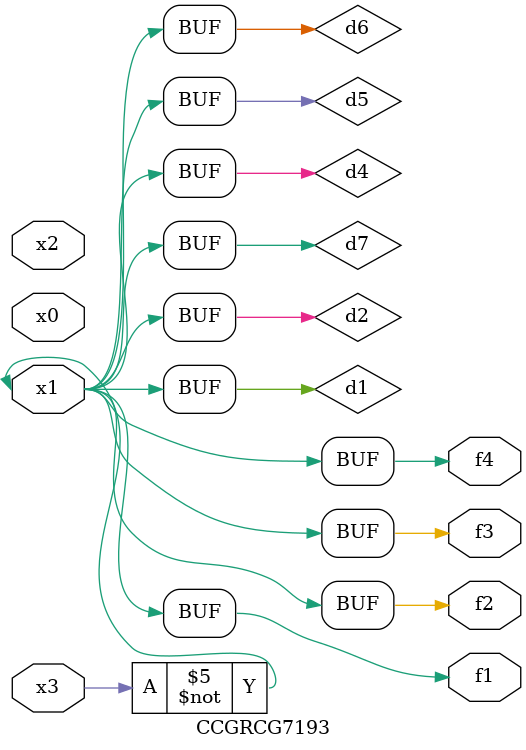
<source format=v>
module CCGRCG7193(
	input x0, x1, x2, x3,
	output f1, f2, f3, f4
);

	wire d1, d2, d3, d4, d5, d6, d7;

	not (d1, x3);
	buf (d2, x1);
	xnor (d3, d1, d2);
	nor (d4, d1);
	buf (d5, d1, d2);
	buf (d6, d4, d5);
	nand (d7, d4);
	assign f1 = d6;
	assign f2 = d7;
	assign f3 = d6;
	assign f4 = d6;
endmodule

</source>
